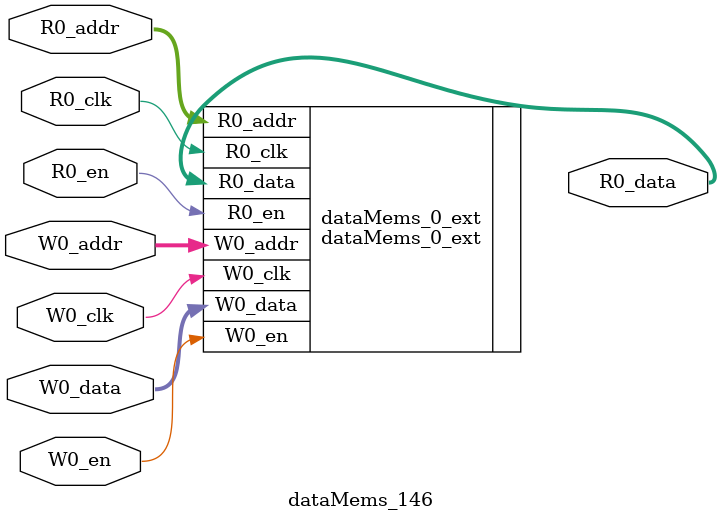
<source format=sv>
`ifndef RANDOMIZE
  `ifdef RANDOMIZE_REG_INIT
    `define RANDOMIZE
  `endif // RANDOMIZE_REG_INIT
`endif // not def RANDOMIZE
`ifndef RANDOMIZE
  `ifdef RANDOMIZE_MEM_INIT
    `define RANDOMIZE
  `endif // RANDOMIZE_MEM_INIT
`endif // not def RANDOMIZE

`ifndef RANDOM
  `define RANDOM $random
`endif // not def RANDOM

// Users can define 'PRINTF_COND' to add an extra gate to prints.
`ifndef PRINTF_COND_
  `ifdef PRINTF_COND
    `define PRINTF_COND_ (`PRINTF_COND)
  `else  // PRINTF_COND
    `define PRINTF_COND_ 1
  `endif // PRINTF_COND
`endif // not def PRINTF_COND_

// Users can define 'ASSERT_VERBOSE_COND' to add an extra gate to assert error printing.
`ifndef ASSERT_VERBOSE_COND_
  `ifdef ASSERT_VERBOSE_COND
    `define ASSERT_VERBOSE_COND_ (`ASSERT_VERBOSE_COND)
  `else  // ASSERT_VERBOSE_COND
    `define ASSERT_VERBOSE_COND_ 1
  `endif // ASSERT_VERBOSE_COND
`endif // not def ASSERT_VERBOSE_COND_

// Users can define 'STOP_COND' to add an extra gate to stop conditions.
`ifndef STOP_COND_
  `ifdef STOP_COND
    `define STOP_COND_ (`STOP_COND)
  `else  // STOP_COND
    `define STOP_COND_ 1
  `endif // STOP_COND
`endif // not def STOP_COND_

// Users can define INIT_RANDOM as general code that gets injected into the
// initializer block for modules with registers.
`ifndef INIT_RANDOM
  `define INIT_RANDOM
`endif // not def INIT_RANDOM

// If using random initialization, you can also define RANDOMIZE_DELAY to
// customize the delay used, otherwise 0.002 is used.
`ifndef RANDOMIZE_DELAY
  `define RANDOMIZE_DELAY 0.002
`endif // not def RANDOMIZE_DELAY

// Define INIT_RANDOM_PROLOG_ for use in our modules below.
`ifndef INIT_RANDOM_PROLOG_
  `ifdef RANDOMIZE
    `ifdef VERILATOR
      `define INIT_RANDOM_PROLOG_ `INIT_RANDOM
    `else  // VERILATOR
      `define INIT_RANDOM_PROLOG_ `INIT_RANDOM #`RANDOMIZE_DELAY begin end
    `endif // VERILATOR
  `else  // RANDOMIZE
    `define INIT_RANDOM_PROLOG_
  `endif // RANDOMIZE
`endif // not def INIT_RANDOM_PROLOG_

// Include register initializers in init blocks unless synthesis is set
`ifndef SYNTHESIS
  `ifndef ENABLE_INITIAL_REG_
    `define ENABLE_INITIAL_REG_
  `endif // not def ENABLE_INITIAL_REG_
`endif // not def SYNTHESIS

// Include rmemory initializers in init blocks unless synthesis is set
`ifndef SYNTHESIS
  `ifndef ENABLE_INITIAL_MEM_
    `define ENABLE_INITIAL_MEM_
  `endif // not def ENABLE_INITIAL_MEM_
`endif // not def SYNTHESIS

module dataMems_146(	// @[generators/ara/src/main/scala/UnsafeAXI4ToTL.scala:365:62]
  input  [4:0]   R0_addr,
  input          R0_en,
  input          R0_clk,
  output [130:0] R0_data,
  input  [4:0]   W0_addr,
  input          W0_en,
  input          W0_clk,
  input  [130:0] W0_data
);

  dataMems_0_ext dataMems_0_ext (	// @[generators/ara/src/main/scala/UnsafeAXI4ToTL.scala:365:62]
    .R0_addr (R0_addr),
    .R0_en   (R0_en),
    .R0_clk  (R0_clk),
    .R0_data (R0_data),
    .W0_addr (W0_addr),
    .W0_en   (W0_en),
    .W0_clk  (W0_clk),
    .W0_data (W0_data)
  );
endmodule


</source>
